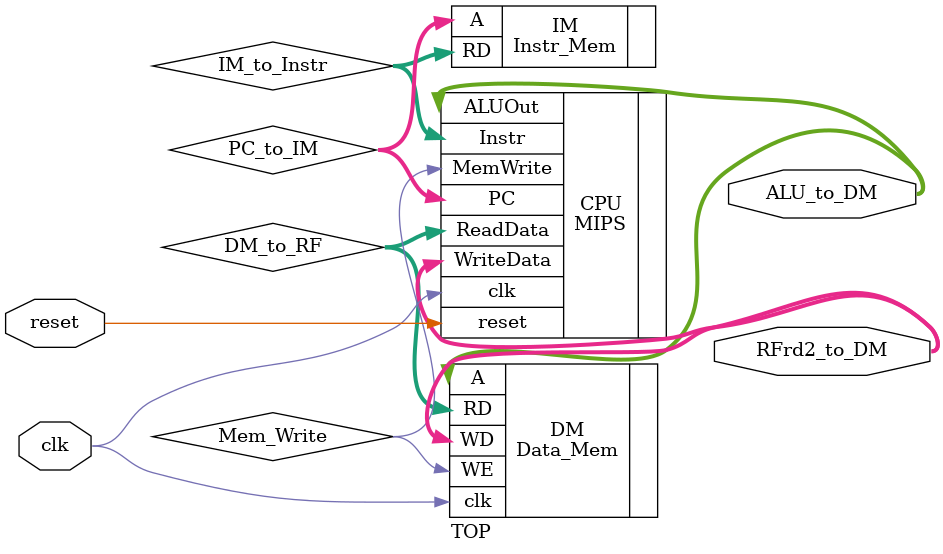
<source format=v>
module TOP(

    input wire clk,
    input wire reset,
    

    output wire[31:0]RFrd2_to_DM,
    output wire[31:0]ALU_to_DM    //   need to be fixed


    );


wire[31:0]PC_to_IM;
wire[31:0]IM_to_Instr;
wire Mem_Write;
// wire[31:0]ALU_to_DM;      // 
// wire[31:0]RFrd2_to_DM;    //
wire[31:0]DM_to_RF;       //


MIPS CPU(  .clk(clk), .reset(reset), .Instr(IM_to_Instr), 
            .ReadData(DM_to_RF), .MemWrite(Mem_Write), 
            .PC(PC_to_IM), .ALUOut(ALU_to_DM), .WriteData(RFrd2_to_DM)
);

Instr_Mem IM(  .A(PC_to_IM), .RD(IM_to_Instr)  );

Data_Mem DM(   .clk(clk), .WE(Mem_Write), .A(ALU_to_DM), 
                .WD(RFrd2_to_DM), .RD(DM_to_RF)  
);

endmodule

</source>
